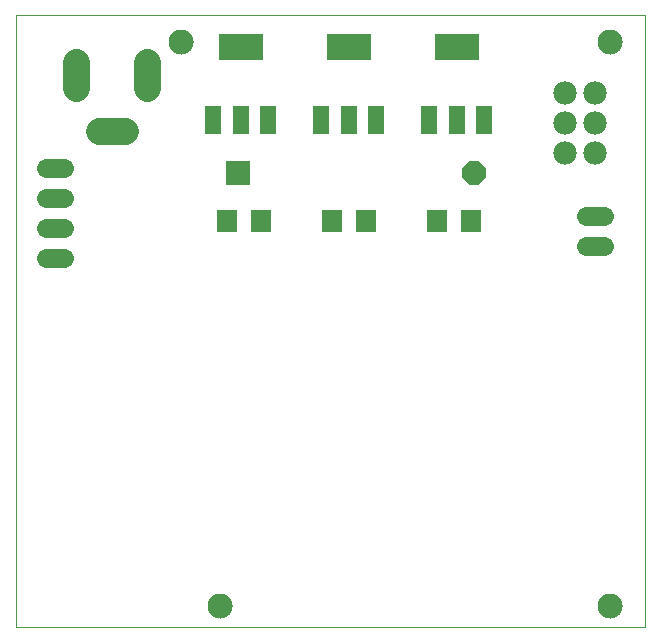
<source format=gbs>
G75*
%MOIN*%
%OFA0B0*%
%FSLAX25Y25*%
%IPPOS*%
%LPD*%
%AMOC8*
5,1,8,0,0,1.08239X$1,22.5*
%
%ADD10C,0.00000*%
%ADD11C,0.08274*%
%ADD12R,0.08000X0.08000*%
%ADD13OC8,0.08000*%
%ADD14C,0.06400*%
%ADD15R,0.06699X0.07498*%
%ADD16R,0.05199X0.09199*%
%ADD17R,0.14573X0.09061*%
%ADD18C,0.09000*%
%ADD19C,0.07800*%
D10*
X0011520Y0002000D02*
X0011520Y0205961D01*
X0221220Y0205961D01*
X0221220Y0002000D01*
X0011520Y0002000D01*
X0075583Y0009000D02*
X0075585Y0009125D01*
X0075591Y0009250D01*
X0075601Y0009374D01*
X0075615Y0009498D01*
X0075632Y0009622D01*
X0075654Y0009745D01*
X0075680Y0009867D01*
X0075709Y0009989D01*
X0075742Y0010109D01*
X0075780Y0010228D01*
X0075820Y0010347D01*
X0075865Y0010463D01*
X0075913Y0010578D01*
X0075965Y0010692D01*
X0076021Y0010804D01*
X0076080Y0010914D01*
X0076142Y0011022D01*
X0076208Y0011129D01*
X0076277Y0011233D01*
X0076350Y0011334D01*
X0076425Y0011434D01*
X0076504Y0011531D01*
X0076586Y0011625D01*
X0076671Y0011717D01*
X0076758Y0011806D01*
X0076849Y0011892D01*
X0076942Y0011975D01*
X0077038Y0012056D01*
X0077136Y0012133D01*
X0077236Y0012207D01*
X0077339Y0012278D01*
X0077444Y0012345D01*
X0077552Y0012410D01*
X0077661Y0012470D01*
X0077772Y0012528D01*
X0077885Y0012581D01*
X0077999Y0012631D01*
X0078115Y0012678D01*
X0078232Y0012720D01*
X0078351Y0012759D01*
X0078471Y0012795D01*
X0078592Y0012826D01*
X0078714Y0012854D01*
X0078836Y0012877D01*
X0078960Y0012897D01*
X0079084Y0012913D01*
X0079208Y0012925D01*
X0079333Y0012933D01*
X0079458Y0012937D01*
X0079582Y0012937D01*
X0079707Y0012933D01*
X0079832Y0012925D01*
X0079956Y0012913D01*
X0080080Y0012897D01*
X0080204Y0012877D01*
X0080326Y0012854D01*
X0080448Y0012826D01*
X0080569Y0012795D01*
X0080689Y0012759D01*
X0080808Y0012720D01*
X0080925Y0012678D01*
X0081041Y0012631D01*
X0081155Y0012581D01*
X0081268Y0012528D01*
X0081379Y0012470D01*
X0081489Y0012410D01*
X0081596Y0012345D01*
X0081701Y0012278D01*
X0081804Y0012207D01*
X0081904Y0012133D01*
X0082002Y0012056D01*
X0082098Y0011975D01*
X0082191Y0011892D01*
X0082282Y0011806D01*
X0082369Y0011717D01*
X0082454Y0011625D01*
X0082536Y0011531D01*
X0082615Y0011434D01*
X0082690Y0011334D01*
X0082763Y0011233D01*
X0082832Y0011129D01*
X0082898Y0011022D01*
X0082960Y0010914D01*
X0083019Y0010804D01*
X0083075Y0010692D01*
X0083127Y0010578D01*
X0083175Y0010463D01*
X0083220Y0010347D01*
X0083260Y0010228D01*
X0083298Y0010109D01*
X0083331Y0009989D01*
X0083360Y0009867D01*
X0083386Y0009745D01*
X0083408Y0009622D01*
X0083425Y0009498D01*
X0083439Y0009374D01*
X0083449Y0009250D01*
X0083455Y0009125D01*
X0083457Y0009000D01*
X0083455Y0008875D01*
X0083449Y0008750D01*
X0083439Y0008626D01*
X0083425Y0008502D01*
X0083408Y0008378D01*
X0083386Y0008255D01*
X0083360Y0008133D01*
X0083331Y0008011D01*
X0083298Y0007891D01*
X0083260Y0007772D01*
X0083220Y0007653D01*
X0083175Y0007537D01*
X0083127Y0007422D01*
X0083075Y0007308D01*
X0083019Y0007196D01*
X0082960Y0007086D01*
X0082898Y0006978D01*
X0082832Y0006871D01*
X0082763Y0006767D01*
X0082690Y0006666D01*
X0082615Y0006566D01*
X0082536Y0006469D01*
X0082454Y0006375D01*
X0082369Y0006283D01*
X0082282Y0006194D01*
X0082191Y0006108D01*
X0082098Y0006025D01*
X0082002Y0005944D01*
X0081904Y0005867D01*
X0081804Y0005793D01*
X0081701Y0005722D01*
X0081596Y0005655D01*
X0081488Y0005590D01*
X0081379Y0005530D01*
X0081268Y0005472D01*
X0081155Y0005419D01*
X0081041Y0005369D01*
X0080925Y0005322D01*
X0080808Y0005280D01*
X0080689Y0005241D01*
X0080569Y0005205D01*
X0080448Y0005174D01*
X0080326Y0005146D01*
X0080204Y0005123D01*
X0080080Y0005103D01*
X0079956Y0005087D01*
X0079832Y0005075D01*
X0079707Y0005067D01*
X0079582Y0005063D01*
X0079458Y0005063D01*
X0079333Y0005067D01*
X0079208Y0005075D01*
X0079084Y0005087D01*
X0078960Y0005103D01*
X0078836Y0005123D01*
X0078714Y0005146D01*
X0078592Y0005174D01*
X0078471Y0005205D01*
X0078351Y0005241D01*
X0078232Y0005280D01*
X0078115Y0005322D01*
X0077999Y0005369D01*
X0077885Y0005419D01*
X0077772Y0005472D01*
X0077661Y0005530D01*
X0077551Y0005590D01*
X0077444Y0005655D01*
X0077339Y0005722D01*
X0077236Y0005793D01*
X0077136Y0005867D01*
X0077038Y0005944D01*
X0076942Y0006025D01*
X0076849Y0006108D01*
X0076758Y0006194D01*
X0076671Y0006283D01*
X0076586Y0006375D01*
X0076504Y0006469D01*
X0076425Y0006566D01*
X0076350Y0006666D01*
X0076277Y0006767D01*
X0076208Y0006871D01*
X0076142Y0006978D01*
X0076080Y0007086D01*
X0076021Y0007196D01*
X0075965Y0007308D01*
X0075913Y0007422D01*
X0075865Y0007537D01*
X0075820Y0007653D01*
X0075780Y0007772D01*
X0075742Y0007891D01*
X0075709Y0008011D01*
X0075680Y0008133D01*
X0075654Y0008255D01*
X0075632Y0008378D01*
X0075615Y0008502D01*
X0075601Y0008626D01*
X0075591Y0008750D01*
X0075585Y0008875D01*
X0075583Y0009000D01*
X0205583Y0009000D02*
X0205585Y0009125D01*
X0205591Y0009250D01*
X0205601Y0009374D01*
X0205615Y0009498D01*
X0205632Y0009622D01*
X0205654Y0009745D01*
X0205680Y0009867D01*
X0205709Y0009989D01*
X0205742Y0010109D01*
X0205780Y0010228D01*
X0205820Y0010347D01*
X0205865Y0010463D01*
X0205913Y0010578D01*
X0205965Y0010692D01*
X0206021Y0010804D01*
X0206080Y0010914D01*
X0206142Y0011022D01*
X0206208Y0011129D01*
X0206277Y0011233D01*
X0206350Y0011334D01*
X0206425Y0011434D01*
X0206504Y0011531D01*
X0206586Y0011625D01*
X0206671Y0011717D01*
X0206758Y0011806D01*
X0206849Y0011892D01*
X0206942Y0011975D01*
X0207038Y0012056D01*
X0207136Y0012133D01*
X0207236Y0012207D01*
X0207339Y0012278D01*
X0207444Y0012345D01*
X0207552Y0012410D01*
X0207661Y0012470D01*
X0207772Y0012528D01*
X0207885Y0012581D01*
X0207999Y0012631D01*
X0208115Y0012678D01*
X0208232Y0012720D01*
X0208351Y0012759D01*
X0208471Y0012795D01*
X0208592Y0012826D01*
X0208714Y0012854D01*
X0208836Y0012877D01*
X0208960Y0012897D01*
X0209084Y0012913D01*
X0209208Y0012925D01*
X0209333Y0012933D01*
X0209458Y0012937D01*
X0209582Y0012937D01*
X0209707Y0012933D01*
X0209832Y0012925D01*
X0209956Y0012913D01*
X0210080Y0012897D01*
X0210204Y0012877D01*
X0210326Y0012854D01*
X0210448Y0012826D01*
X0210569Y0012795D01*
X0210689Y0012759D01*
X0210808Y0012720D01*
X0210925Y0012678D01*
X0211041Y0012631D01*
X0211155Y0012581D01*
X0211268Y0012528D01*
X0211379Y0012470D01*
X0211489Y0012410D01*
X0211596Y0012345D01*
X0211701Y0012278D01*
X0211804Y0012207D01*
X0211904Y0012133D01*
X0212002Y0012056D01*
X0212098Y0011975D01*
X0212191Y0011892D01*
X0212282Y0011806D01*
X0212369Y0011717D01*
X0212454Y0011625D01*
X0212536Y0011531D01*
X0212615Y0011434D01*
X0212690Y0011334D01*
X0212763Y0011233D01*
X0212832Y0011129D01*
X0212898Y0011022D01*
X0212960Y0010914D01*
X0213019Y0010804D01*
X0213075Y0010692D01*
X0213127Y0010578D01*
X0213175Y0010463D01*
X0213220Y0010347D01*
X0213260Y0010228D01*
X0213298Y0010109D01*
X0213331Y0009989D01*
X0213360Y0009867D01*
X0213386Y0009745D01*
X0213408Y0009622D01*
X0213425Y0009498D01*
X0213439Y0009374D01*
X0213449Y0009250D01*
X0213455Y0009125D01*
X0213457Y0009000D01*
X0213455Y0008875D01*
X0213449Y0008750D01*
X0213439Y0008626D01*
X0213425Y0008502D01*
X0213408Y0008378D01*
X0213386Y0008255D01*
X0213360Y0008133D01*
X0213331Y0008011D01*
X0213298Y0007891D01*
X0213260Y0007772D01*
X0213220Y0007653D01*
X0213175Y0007537D01*
X0213127Y0007422D01*
X0213075Y0007308D01*
X0213019Y0007196D01*
X0212960Y0007086D01*
X0212898Y0006978D01*
X0212832Y0006871D01*
X0212763Y0006767D01*
X0212690Y0006666D01*
X0212615Y0006566D01*
X0212536Y0006469D01*
X0212454Y0006375D01*
X0212369Y0006283D01*
X0212282Y0006194D01*
X0212191Y0006108D01*
X0212098Y0006025D01*
X0212002Y0005944D01*
X0211904Y0005867D01*
X0211804Y0005793D01*
X0211701Y0005722D01*
X0211596Y0005655D01*
X0211488Y0005590D01*
X0211379Y0005530D01*
X0211268Y0005472D01*
X0211155Y0005419D01*
X0211041Y0005369D01*
X0210925Y0005322D01*
X0210808Y0005280D01*
X0210689Y0005241D01*
X0210569Y0005205D01*
X0210448Y0005174D01*
X0210326Y0005146D01*
X0210204Y0005123D01*
X0210080Y0005103D01*
X0209956Y0005087D01*
X0209832Y0005075D01*
X0209707Y0005067D01*
X0209582Y0005063D01*
X0209458Y0005063D01*
X0209333Y0005067D01*
X0209208Y0005075D01*
X0209084Y0005087D01*
X0208960Y0005103D01*
X0208836Y0005123D01*
X0208714Y0005146D01*
X0208592Y0005174D01*
X0208471Y0005205D01*
X0208351Y0005241D01*
X0208232Y0005280D01*
X0208115Y0005322D01*
X0207999Y0005369D01*
X0207885Y0005419D01*
X0207772Y0005472D01*
X0207661Y0005530D01*
X0207551Y0005590D01*
X0207444Y0005655D01*
X0207339Y0005722D01*
X0207236Y0005793D01*
X0207136Y0005867D01*
X0207038Y0005944D01*
X0206942Y0006025D01*
X0206849Y0006108D01*
X0206758Y0006194D01*
X0206671Y0006283D01*
X0206586Y0006375D01*
X0206504Y0006469D01*
X0206425Y0006566D01*
X0206350Y0006666D01*
X0206277Y0006767D01*
X0206208Y0006871D01*
X0206142Y0006978D01*
X0206080Y0007086D01*
X0206021Y0007196D01*
X0205965Y0007308D01*
X0205913Y0007422D01*
X0205865Y0007537D01*
X0205820Y0007653D01*
X0205780Y0007772D01*
X0205742Y0007891D01*
X0205709Y0008011D01*
X0205680Y0008133D01*
X0205654Y0008255D01*
X0205632Y0008378D01*
X0205615Y0008502D01*
X0205601Y0008626D01*
X0205591Y0008750D01*
X0205585Y0008875D01*
X0205583Y0009000D01*
X0205583Y0197000D02*
X0205585Y0197125D01*
X0205591Y0197250D01*
X0205601Y0197374D01*
X0205615Y0197498D01*
X0205632Y0197622D01*
X0205654Y0197745D01*
X0205680Y0197867D01*
X0205709Y0197989D01*
X0205742Y0198109D01*
X0205780Y0198228D01*
X0205820Y0198347D01*
X0205865Y0198463D01*
X0205913Y0198578D01*
X0205965Y0198692D01*
X0206021Y0198804D01*
X0206080Y0198914D01*
X0206142Y0199022D01*
X0206208Y0199129D01*
X0206277Y0199233D01*
X0206350Y0199334D01*
X0206425Y0199434D01*
X0206504Y0199531D01*
X0206586Y0199625D01*
X0206671Y0199717D01*
X0206758Y0199806D01*
X0206849Y0199892D01*
X0206942Y0199975D01*
X0207038Y0200056D01*
X0207136Y0200133D01*
X0207236Y0200207D01*
X0207339Y0200278D01*
X0207444Y0200345D01*
X0207552Y0200410D01*
X0207661Y0200470D01*
X0207772Y0200528D01*
X0207885Y0200581D01*
X0207999Y0200631D01*
X0208115Y0200678D01*
X0208232Y0200720D01*
X0208351Y0200759D01*
X0208471Y0200795D01*
X0208592Y0200826D01*
X0208714Y0200854D01*
X0208836Y0200877D01*
X0208960Y0200897D01*
X0209084Y0200913D01*
X0209208Y0200925D01*
X0209333Y0200933D01*
X0209458Y0200937D01*
X0209582Y0200937D01*
X0209707Y0200933D01*
X0209832Y0200925D01*
X0209956Y0200913D01*
X0210080Y0200897D01*
X0210204Y0200877D01*
X0210326Y0200854D01*
X0210448Y0200826D01*
X0210569Y0200795D01*
X0210689Y0200759D01*
X0210808Y0200720D01*
X0210925Y0200678D01*
X0211041Y0200631D01*
X0211155Y0200581D01*
X0211268Y0200528D01*
X0211379Y0200470D01*
X0211489Y0200410D01*
X0211596Y0200345D01*
X0211701Y0200278D01*
X0211804Y0200207D01*
X0211904Y0200133D01*
X0212002Y0200056D01*
X0212098Y0199975D01*
X0212191Y0199892D01*
X0212282Y0199806D01*
X0212369Y0199717D01*
X0212454Y0199625D01*
X0212536Y0199531D01*
X0212615Y0199434D01*
X0212690Y0199334D01*
X0212763Y0199233D01*
X0212832Y0199129D01*
X0212898Y0199022D01*
X0212960Y0198914D01*
X0213019Y0198804D01*
X0213075Y0198692D01*
X0213127Y0198578D01*
X0213175Y0198463D01*
X0213220Y0198347D01*
X0213260Y0198228D01*
X0213298Y0198109D01*
X0213331Y0197989D01*
X0213360Y0197867D01*
X0213386Y0197745D01*
X0213408Y0197622D01*
X0213425Y0197498D01*
X0213439Y0197374D01*
X0213449Y0197250D01*
X0213455Y0197125D01*
X0213457Y0197000D01*
X0213455Y0196875D01*
X0213449Y0196750D01*
X0213439Y0196626D01*
X0213425Y0196502D01*
X0213408Y0196378D01*
X0213386Y0196255D01*
X0213360Y0196133D01*
X0213331Y0196011D01*
X0213298Y0195891D01*
X0213260Y0195772D01*
X0213220Y0195653D01*
X0213175Y0195537D01*
X0213127Y0195422D01*
X0213075Y0195308D01*
X0213019Y0195196D01*
X0212960Y0195086D01*
X0212898Y0194978D01*
X0212832Y0194871D01*
X0212763Y0194767D01*
X0212690Y0194666D01*
X0212615Y0194566D01*
X0212536Y0194469D01*
X0212454Y0194375D01*
X0212369Y0194283D01*
X0212282Y0194194D01*
X0212191Y0194108D01*
X0212098Y0194025D01*
X0212002Y0193944D01*
X0211904Y0193867D01*
X0211804Y0193793D01*
X0211701Y0193722D01*
X0211596Y0193655D01*
X0211488Y0193590D01*
X0211379Y0193530D01*
X0211268Y0193472D01*
X0211155Y0193419D01*
X0211041Y0193369D01*
X0210925Y0193322D01*
X0210808Y0193280D01*
X0210689Y0193241D01*
X0210569Y0193205D01*
X0210448Y0193174D01*
X0210326Y0193146D01*
X0210204Y0193123D01*
X0210080Y0193103D01*
X0209956Y0193087D01*
X0209832Y0193075D01*
X0209707Y0193067D01*
X0209582Y0193063D01*
X0209458Y0193063D01*
X0209333Y0193067D01*
X0209208Y0193075D01*
X0209084Y0193087D01*
X0208960Y0193103D01*
X0208836Y0193123D01*
X0208714Y0193146D01*
X0208592Y0193174D01*
X0208471Y0193205D01*
X0208351Y0193241D01*
X0208232Y0193280D01*
X0208115Y0193322D01*
X0207999Y0193369D01*
X0207885Y0193419D01*
X0207772Y0193472D01*
X0207661Y0193530D01*
X0207551Y0193590D01*
X0207444Y0193655D01*
X0207339Y0193722D01*
X0207236Y0193793D01*
X0207136Y0193867D01*
X0207038Y0193944D01*
X0206942Y0194025D01*
X0206849Y0194108D01*
X0206758Y0194194D01*
X0206671Y0194283D01*
X0206586Y0194375D01*
X0206504Y0194469D01*
X0206425Y0194566D01*
X0206350Y0194666D01*
X0206277Y0194767D01*
X0206208Y0194871D01*
X0206142Y0194978D01*
X0206080Y0195086D01*
X0206021Y0195196D01*
X0205965Y0195308D01*
X0205913Y0195422D01*
X0205865Y0195537D01*
X0205820Y0195653D01*
X0205780Y0195772D01*
X0205742Y0195891D01*
X0205709Y0196011D01*
X0205680Y0196133D01*
X0205654Y0196255D01*
X0205632Y0196378D01*
X0205615Y0196502D01*
X0205601Y0196626D01*
X0205591Y0196750D01*
X0205585Y0196875D01*
X0205583Y0197000D01*
X0062583Y0197000D02*
X0062585Y0197125D01*
X0062591Y0197250D01*
X0062601Y0197374D01*
X0062615Y0197498D01*
X0062632Y0197622D01*
X0062654Y0197745D01*
X0062680Y0197867D01*
X0062709Y0197989D01*
X0062742Y0198109D01*
X0062780Y0198228D01*
X0062820Y0198347D01*
X0062865Y0198463D01*
X0062913Y0198578D01*
X0062965Y0198692D01*
X0063021Y0198804D01*
X0063080Y0198914D01*
X0063142Y0199022D01*
X0063208Y0199129D01*
X0063277Y0199233D01*
X0063350Y0199334D01*
X0063425Y0199434D01*
X0063504Y0199531D01*
X0063586Y0199625D01*
X0063671Y0199717D01*
X0063758Y0199806D01*
X0063849Y0199892D01*
X0063942Y0199975D01*
X0064038Y0200056D01*
X0064136Y0200133D01*
X0064236Y0200207D01*
X0064339Y0200278D01*
X0064444Y0200345D01*
X0064552Y0200410D01*
X0064661Y0200470D01*
X0064772Y0200528D01*
X0064885Y0200581D01*
X0064999Y0200631D01*
X0065115Y0200678D01*
X0065232Y0200720D01*
X0065351Y0200759D01*
X0065471Y0200795D01*
X0065592Y0200826D01*
X0065714Y0200854D01*
X0065836Y0200877D01*
X0065960Y0200897D01*
X0066084Y0200913D01*
X0066208Y0200925D01*
X0066333Y0200933D01*
X0066458Y0200937D01*
X0066582Y0200937D01*
X0066707Y0200933D01*
X0066832Y0200925D01*
X0066956Y0200913D01*
X0067080Y0200897D01*
X0067204Y0200877D01*
X0067326Y0200854D01*
X0067448Y0200826D01*
X0067569Y0200795D01*
X0067689Y0200759D01*
X0067808Y0200720D01*
X0067925Y0200678D01*
X0068041Y0200631D01*
X0068155Y0200581D01*
X0068268Y0200528D01*
X0068379Y0200470D01*
X0068489Y0200410D01*
X0068596Y0200345D01*
X0068701Y0200278D01*
X0068804Y0200207D01*
X0068904Y0200133D01*
X0069002Y0200056D01*
X0069098Y0199975D01*
X0069191Y0199892D01*
X0069282Y0199806D01*
X0069369Y0199717D01*
X0069454Y0199625D01*
X0069536Y0199531D01*
X0069615Y0199434D01*
X0069690Y0199334D01*
X0069763Y0199233D01*
X0069832Y0199129D01*
X0069898Y0199022D01*
X0069960Y0198914D01*
X0070019Y0198804D01*
X0070075Y0198692D01*
X0070127Y0198578D01*
X0070175Y0198463D01*
X0070220Y0198347D01*
X0070260Y0198228D01*
X0070298Y0198109D01*
X0070331Y0197989D01*
X0070360Y0197867D01*
X0070386Y0197745D01*
X0070408Y0197622D01*
X0070425Y0197498D01*
X0070439Y0197374D01*
X0070449Y0197250D01*
X0070455Y0197125D01*
X0070457Y0197000D01*
X0070455Y0196875D01*
X0070449Y0196750D01*
X0070439Y0196626D01*
X0070425Y0196502D01*
X0070408Y0196378D01*
X0070386Y0196255D01*
X0070360Y0196133D01*
X0070331Y0196011D01*
X0070298Y0195891D01*
X0070260Y0195772D01*
X0070220Y0195653D01*
X0070175Y0195537D01*
X0070127Y0195422D01*
X0070075Y0195308D01*
X0070019Y0195196D01*
X0069960Y0195086D01*
X0069898Y0194978D01*
X0069832Y0194871D01*
X0069763Y0194767D01*
X0069690Y0194666D01*
X0069615Y0194566D01*
X0069536Y0194469D01*
X0069454Y0194375D01*
X0069369Y0194283D01*
X0069282Y0194194D01*
X0069191Y0194108D01*
X0069098Y0194025D01*
X0069002Y0193944D01*
X0068904Y0193867D01*
X0068804Y0193793D01*
X0068701Y0193722D01*
X0068596Y0193655D01*
X0068488Y0193590D01*
X0068379Y0193530D01*
X0068268Y0193472D01*
X0068155Y0193419D01*
X0068041Y0193369D01*
X0067925Y0193322D01*
X0067808Y0193280D01*
X0067689Y0193241D01*
X0067569Y0193205D01*
X0067448Y0193174D01*
X0067326Y0193146D01*
X0067204Y0193123D01*
X0067080Y0193103D01*
X0066956Y0193087D01*
X0066832Y0193075D01*
X0066707Y0193067D01*
X0066582Y0193063D01*
X0066458Y0193063D01*
X0066333Y0193067D01*
X0066208Y0193075D01*
X0066084Y0193087D01*
X0065960Y0193103D01*
X0065836Y0193123D01*
X0065714Y0193146D01*
X0065592Y0193174D01*
X0065471Y0193205D01*
X0065351Y0193241D01*
X0065232Y0193280D01*
X0065115Y0193322D01*
X0064999Y0193369D01*
X0064885Y0193419D01*
X0064772Y0193472D01*
X0064661Y0193530D01*
X0064551Y0193590D01*
X0064444Y0193655D01*
X0064339Y0193722D01*
X0064236Y0193793D01*
X0064136Y0193867D01*
X0064038Y0193944D01*
X0063942Y0194025D01*
X0063849Y0194108D01*
X0063758Y0194194D01*
X0063671Y0194283D01*
X0063586Y0194375D01*
X0063504Y0194469D01*
X0063425Y0194566D01*
X0063350Y0194666D01*
X0063277Y0194767D01*
X0063208Y0194871D01*
X0063142Y0194978D01*
X0063080Y0195086D01*
X0063021Y0195196D01*
X0062965Y0195308D01*
X0062913Y0195422D01*
X0062865Y0195537D01*
X0062820Y0195653D01*
X0062780Y0195772D01*
X0062742Y0195891D01*
X0062709Y0196011D01*
X0062680Y0196133D01*
X0062654Y0196255D01*
X0062632Y0196378D01*
X0062615Y0196502D01*
X0062601Y0196626D01*
X0062591Y0196750D01*
X0062585Y0196875D01*
X0062583Y0197000D01*
D11*
X0066520Y0197000D03*
X0209520Y0197000D03*
X0209520Y0009000D03*
X0079520Y0009000D03*
D12*
X0085462Y0153350D03*
D13*
X0164202Y0153350D03*
D14*
X0201520Y0139000D02*
X0207520Y0139000D01*
X0207520Y0129000D02*
X0201520Y0129000D01*
X0027520Y0125000D02*
X0021520Y0125000D01*
X0021520Y0135000D02*
X0027520Y0135000D01*
X0027520Y0145000D02*
X0021520Y0145000D01*
X0021520Y0155000D02*
X0027520Y0155000D01*
D15*
X0082071Y0137190D03*
X0093268Y0137190D03*
X0117071Y0137190D03*
X0128268Y0137190D03*
X0152071Y0137190D03*
X0163268Y0137190D03*
D16*
X0167618Y0170799D03*
X0158520Y0170799D03*
X0149421Y0170799D03*
X0131618Y0170799D03*
X0122520Y0170799D03*
X0113421Y0170799D03*
X0095618Y0170799D03*
X0086520Y0170799D03*
X0077421Y0170799D03*
D17*
X0086520Y0195201D03*
X0122520Y0195201D03*
X0158520Y0195201D03*
D18*
X0055331Y0190300D02*
X0055331Y0181700D01*
X0047820Y0167102D02*
X0039220Y0167102D01*
X0031709Y0181700D02*
X0031709Y0190300D01*
D19*
X0194520Y0180000D03*
X0194520Y0170000D03*
X0194520Y0160000D03*
X0204520Y0160000D03*
X0204520Y0170000D03*
X0204520Y0180000D03*
M02*

</source>
